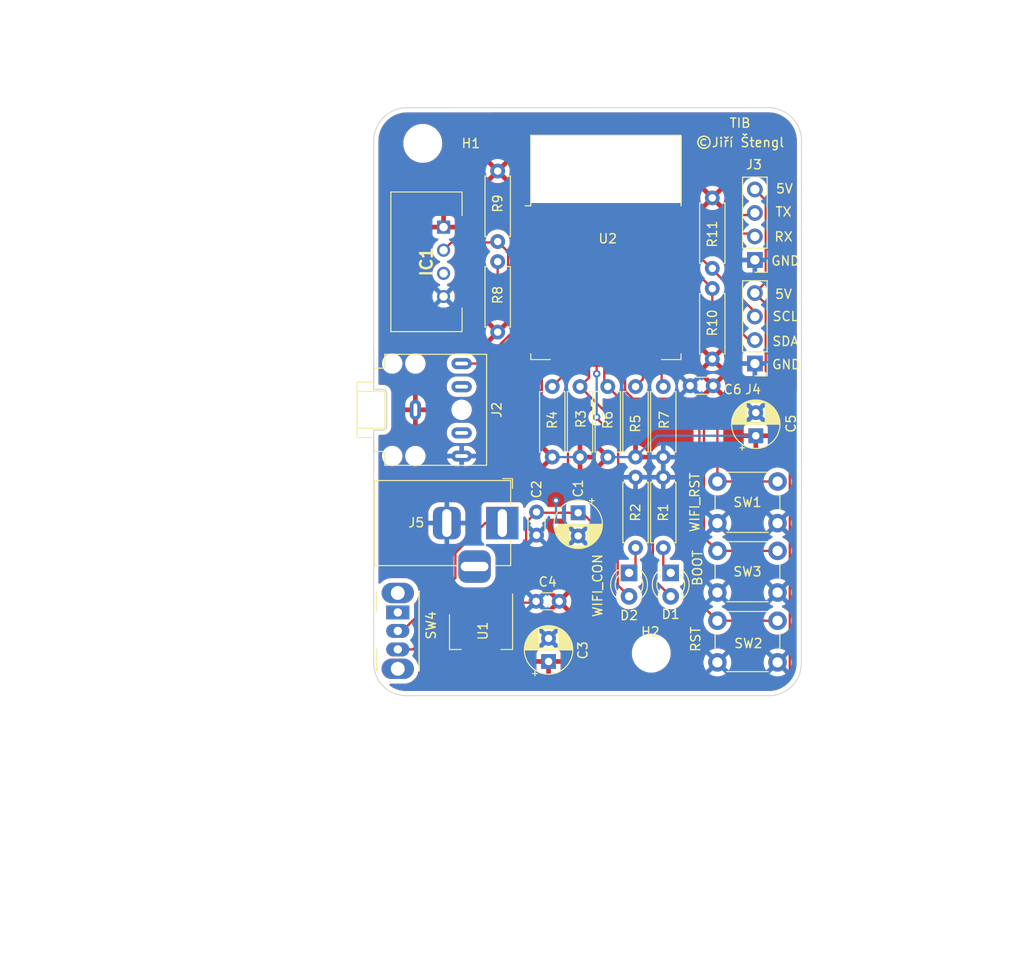
<source format=kicad_pcb>
(kicad_pcb (version 20211014) (generator pcbnew)
  (layers (0 "F.Cu" signal) (31 "B.Cu" signal) (34 "B.Paste" user) (35 "F.Paste" user) (36 "B.SilkS" user "B.Silkscreen") (37 "F.SilkS" user "F.Silkscreen") (38 "B.Mask" user) (39 "F.Mask" user) (44 "Edge.Cuts" user))
  (net 0 "")
  (net 1 "+5V")
  (net 2 "GND")
  (net 3 "+3.3V")
  (net 4 "Net-(D1-Pad1)")
  (net 5 "/WIFI_AWAITING_SETTINGS")
  (net 6 "Net-(D2-Pad1)")
  (net 7 "/WIFI_CONNECTED")
  (net 8 "/INDOOR_SENSOR")
  (net 10 "/OUTDOOR_SENSOR")
  (net 11 "/RX")
  (net 12 "/TX")
  (net 13 "/SDA")
  (net 14 "/SCL")
  (net 15 "Net-(J5-Pad1)")
  (net 16 "/RST")
  (net 17 "Net-(R4-Pad2)")
  (net 18 "Net-(R5-Pad1)")
  (net 19 "Net-(R6-Pad2)")
  (net 20 "Net-(R7-Pad1)")
  (net 21 "/WIFI_SETTINGS_RESET")
  (footprint "Connector_Audio:Jack_3.5mm_CUI_SJ1-3525N_Horizontal" (layer "F.Cu") (at 104 75.8 -90)
    (fp_text reference "J2" (at 0 -8.8 90) (layer "F.SilkS"))
    (fp_text value "AudioJack3")
    (fp_line (start -2.2 4.5) (end -6.5 4.5) (layer "Edge.Cuts") (width 0.12))
    (fp_line (start 1.8 3.1) (end -1.8 3.1) (layer "Edge.Cuts") (width 0.12))
    (fp_line (start -2.2 3.5) (end -2.2 4.5) (layer "Edge.Cuts") (width 0.12))
    (fp_line (start 2.2 4.5) (end 6.5 4.5) (layer "Edge.Cuts") (width 0.12))
    (fp_line (start 2.2 3.5) (end 2.2 4.5) (layer "Edge.Cuts") (width 0.12))
    (fp_arc (start 1.8 3.1) (mid 2.082843 3.217157) (end 2.2 3.5) (layer "Edge.Cuts") (width 0.12))
    (fp_arc (start -2.2 3.5) (mid -2.082842 3.217158) (end -1.8 3.1) (layer "Edge.Cuts") (width 0.12))
    (pad "" np_thru_hole circle (at -5 0 270) (size 1.2 1.2) (drill 1.2) (layers *.Cu))
    (pad "" np_thru_hole circle (at 0 -5 270) (size 1.2 1.2) (drill 1.2) (layers *.Cu))
    (pad "" np_thru_hole circle (at 5 2.5 270) (size 1.2 1.2) (drill 1.2) (layers *.Cu))
    (pad "" np_thru_hole circle (at -5 2.5 270) (size 1.2 1.2) (drill 1.2) (layers *.Cu))
    (pad "" np_thru_hole circle (at 5 0 270) (size 1.2 1.2) (drill 1.2) (layers *.Cu))
    (pad "R" thru_hole oval (at -5 -5 270) (size 1.2 2.2) (drill oval 0.4 1.4) (layers *.Cu *.Mask) (net 10 "/OUTDOOR_SENSOR"))
    (pad "RN" thru_hole oval (at -2.5 -5 270) (size 1.2 2.2) (drill oval 0.4 1.4) (layers *.Cu *.Mask))
    (pad "S" thru_hole oval (at 0 0 270) (size 2.2 1.2) (drill oval 1.4 0.4) (layers *.Cu *.Mask) (net 3 "+3.3V"))
    (pad "T" thru_hole oval (at 5 -5 90) (size 1.2 2.2) (drill oval 0.4 1.4) (layers *.Cu *.Mask) (net 2 "GND"))
    (pad "TN" thru_hole oval (at 2.5 -5 90) (size 1.2 2.2) (drill oval 0.4 1.4) (layers *.Cu *.Mask))
  )
  (footprint "MountingHole:MountingHole_3.2mm_M3" (layer "F.Cu") (at 129.5 102.1)
    (fp_text reference "H2" (at -0.1 -2.3) (layer "F.SilkS"))
    (fp_text value "MountingHole")
    (pad "" np_thru_hole circle (at 0 0) (size 3.2 3.2) (drill 3.2) (layers *.Cu *.Mask))
  )
  (footprint "Capacitor_THT:CP_Radial_D5.0mm_P2.50mm" (layer "F.Cu") (at 118.4 103.005113 90)
    (fp_text reference "C3" (at 1.205113 3.7 90) (layer "F.SilkS"))
    (fp_text value "10uF")
    (pad "1" thru_hole rect (at 0 0 90) (size 1.6 1.6) (drill 0.8) (layers *.Cu *.Mask) (net 3 "+3.3V"))
    (pad "2" thru_hole circle (at 2.5 0 90) (size 1.6 1.6) (drill 0.8) (layers *.Cu *.Mask) (net 2 "GND"))
  )
  (footprint "Resistor_THT:R_Axial_DIN0207_L6.3mm_D2.5mm_P7.62mm_Horizontal" (layer "F.Cu") (at 127.8 73.29 -90)
    (fp_text reference "R5" (at 4 0 90) (layer "F.SilkS"))
    (fp_text value "10k")
    (pad "1" thru_hole circle (at 0 0 270) (size 1.6 1.6) (drill 0.8) (layers *.Cu *.Mask) (net 18 "Net-(R5-Pad1)"))
    (pad "2" thru_hole oval (at 7.62 0 270) (size 1.6 1.6) (drill 0.8) (layers *.Cu *.Mask) (net 3 "+3.3V"))
  )
  (footprint "Capacitor_THT:CP_Radial_D5.0mm_P2.50mm" (layer "F.Cu") (at 121.6 86.929552 -90)
    (fp_text reference "C1" (at -2.629552 0 90) (layer "F.SilkS"))
    (fp_text value "10uF")
    (pad "1" thru_hole rect (at 0 0 270) (size 1.6 1.6) (drill 0.8) (layers *.Cu *.Mask) (net 1 "+5V"))
    (pad "2" thru_hole circle (at 2.5 0 270) (size 1.6 1.6) (drill 0.8) (layers *.Cu *.Mask) (net 2 "GND"))
  )
  (footprint "LED_THT:LED_D3.0mm" (layer "F.Cu") (at 127.1 93.425 -90)
    (fp_text reference "D2" (at 4.6 0) (layer "F.SilkS"))
    (fp_text value "WIFI_CONNECTED")
    (pad "1" thru_hole rect (at 0 0 270) (size 1.8 1.8) (drill 0.9) (layers *.Cu *.Mask) (net 6 "Net-(D2-Pad1)"))
    (pad "2" thru_hole circle (at 2.54 0 270) (size 1.8 1.8) (drill 0.9) (layers *.Cu *.Mask) (net 7 "/WIFI_CONNECTED"))
  )
  (footprint "dht22:DHT22" (layer "F.Cu") (at 107.05 56.05 -90)
    (fp_text reference "IC1" (at 3.75 1.85 90) (layer "F.SilkS") (effects (font (size 1.27 1.27) (thickness 0.254))))
    (fp_text value "DHT22" hide)
    (pad "1" thru_hole rect locked (at 0 0 270) (size 1.416 1.416) (drill 0.91) (layers *.Cu *.Mask) (net 3 "+3.3V"))
    (pad "2" thru_hole circle locked (at 2.5 0 270) (size 1.416 1.416) (drill 0.91) (layers *.Cu *.Mask) (net 8 "/INDOOR_SENSOR"))
    (pad "3" thru_hole circle locked (at 5 0 270) (size 1.416 1.416) (drill 0.91) (layers *.Cu *.Mask))
    (pad "4" thru_hole circle locked (at 7.5 0 270) (size 1.416 1.416) (drill 0.91) (layers *.Cu *.Mask) (net 2 "GND"))
  )
  (footprint "Capacitor_THT:CP_Radial_D5.0mm_P2.50mm" (layer "F.Cu") (at 140.8 78.605113 90)
    (fp_text reference "C5" (at 1.305112 3.8 90) (layer "F.SilkS"))
    (fp_text value "10uF")
    (pad "1" thru_hole rect (at 0 0 90) (size 1.6 1.6) (drill 0.8) (layers *.Cu *.Mask) (net 3 "+3.3V"))
    (pad "2" thru_hole circle (at 2.5 0 90) (size 1.6 1.6) (drill 0.8) (layers *.Cu *.Mask) (net 2 "GND"))
  )
  (footprint "Button_Switch_THT:SW_PUSH_6mm" (layer "F.Cu") (at 143.15 88.05 180)
    (fp_text reference "SW1" (at 3.25 2.25) (layer "F.SilkS"))
    (fp_text value "WIFI_SETTINGS_RESET")
    (pad "1" thru_hole circle (at 0 0 270) (size 2 2) (drill 1.1) (layers *.Cu *.Mask) (net 2 "GND"))
    (pad "1" thru_hole circle (at 6.5 0 270) (size 2 2) (drill 1.1) (layers *.Cu *.Mask) (net 2 "GND"))
    (pad "2" thru_hole circle (at 6.5 4.5 270) (size 2 2) (drill 1.1) (layers *.Cu *.Mask) (net 21 "/WIFI_SETTINGS_RESET"))
    (pad "2" thru_hole circle (at 0 4.5 270) (size 2 2) (drill 1.1) (layers *.Cu *.Mask) (net 21 "/WIFI_SETTINGS_RESET"))
  )
  (footprint "Resistor_THT:R_Axial_DIN0207_L6.3mm_D2.5mm_P7.62mm_Horizontal" (layer "F.Cu") (at 130.8 73.29 -90)
    (fp_text reference "R7" (at 3.61 -0.1 90) (layer "F.SilkS"))
    (fp_text value "10k")
    (pad "1" thru_hole circle (at 0 0 270) (size 1.6 1.6) (drill 0.8) (layers *.Cu *.Mask) (net 20 "Net-(R7-Pad1)"))
    (pad "2" thru_hole oval (at 7.62 0 270) (size 1.6 1.6) (drill 0.8) (layers *.Cu *.Mask) (net 2 "GND"))
  )
  (footprint "Button_Switch_THT:SW_PUSH_6mm" (layer "F.Cu") (at 136.65 91.05)
    (fp_text reference "SW3" (at 3.25 2.25) (layer "F.SilkS"))
    (fp_text value "BOOT")
    (pad "1" thru_hole circle (at 0 0 90) (size 2 2) (drill 1.1) (layers *.Cu *.Mask) (net 19 "Net-(R6-Pad2)"))
    (pad "1" thru_hole circle (at 6.5 0 90) (size 2 2) (drill 1.1) (layers *.Cu *.Mask) (net 19 "Net-(R6-Pad2)"))
    (pad "2" thru_hole circle (at 6.5 4.5 90) (size 2 2) (drill 1.1) (layers *.Cu *.Mask) (net 2 "GND"))
    (pad "2" thru_hole circle (at 0 4.5 90) (size 2 2) (drill 1.1) (layers *.Cu *.Mask) (net 2 "GND"))
  )
  (footprint "Resistor_THT:R_Axial_DIN0207_L6.3mm_D2.5mm_P7.62mm_Horizontal" (layer "F.Cu") (at 121.8 73.29 -90)
    (fp_text reference "R3" (at 3.51 -0.1 90) (layer "F.SilkS"))
    (fp_text value "10k")
    (pad "1" thru_hole circle (at 0 0 270) (size 1.6 1.6) (drill 0.8) (layers *.Cu *.Mask) (net 16 "/RST"))
    (pad "2" thru_hole oval (at 7.62 0 270) (size 1.6 1.6) (drill 0.8) (layers *.Cu *.Mask) (net 3 "+3.3V"))
  )
  (footprint "Capacitor_THT:C_Disc_D3.0mm_W1.6mm_P2.50mm" (layer "F.Cu") (at 117.1 86.85 -90)
    (fp_text reference "C2" (at -2.45 0 90) (layer "F.SilkS"))
    (fp_text value "0,1uF")
    (pad "1" thru_hole circle (at 0 0 270) (size 1.6 1.6) (drill 0.8) (layers *.Cu *.Mask) (net 1 "+5V"))
    (pad "2" thru_hole circle (at 2.5 0 270) (size 1.6 1.6) (drill 0.8) (layers *.Cu *.Mask) (net 2 "GND"))
  )
  (footprint "Package_TO_SOT_SMD:SOT-223-3_TabPin2" (layer "F.Cu") (at 111.1 99.8 -90)
    (fp_text reference "U1" (at -0.1 -0.2 90) (layer "F.SilkS"))
    (fp_text value "AMS1117-3.3")
    (pad "1" smd rect (at -3.15 -2.3 270) (size 2 1.5) (layers "F.Cu" "F.Paste" "F.Mask") (net 2 "GND"))
    (pad "2" smd rect (at -3.15 0 270) (size 2 1.5) (layers "F.Cu" "F.Paste" "F.Mask") (net 3 "+3.3V"))
    (pad "2" smd rect (at 3.15 0 270) (size 2 3.8) (layers "F.Cu" "F.Paste" "F.Mask") (net 3 "+3.3V"))
    (pad "3" smd rect (at -3.15 2.3 270) (size 2 1.5) (layers "F.Cu" "F.Paste" "F.Mask") (net 1 "+5V"))
  )
  (footprint "Resistor_THT:R_Axial_DIN0207_L6.3mm_D2.5mm_P7.62mm_Horizontal" (layer "F.Cu") (at 136.1 70.31 90)
    (fp_text reference "R10" (at 3.91 0 90) (layer "F.SilkS"))
    (fp_text value "10k")
    (pad "1" thru_hole circle (at 0 0 90) (size 1.6 1.6) (drill 0.8) (layers *.Cu *.Mask) (net 3 "+3.3V"))
    (pad "2" thru_hole oval (at 7.62 0 90) (size 1.6 1.6) (drill 0.8) (layers *.Cu *.Mask) (net 13 "/SDA"))
  )
  (footprint "Resistor_THT:R_Axial_DIN0207_L6.3mm_D2.5mm_P7.62mm_Horizontal" (layer "F.Cu") (at 130.8 90.71 90)
    (fp_text reference "R1" (at 3.81 0 90) (layer "F.SilkS"))
    (fp_text value "220R")
    (pad "1" thru_hole circle (at 0 0 90) (size 1.6 1.6) (drill 0.8) (layers *.Cu *.Mask) (net 4 "Net-(D1-Pad1)"))
    (pad "2" thru_hole oval (at 7.62 0 90) (size 1.6 1.6) (drill 0.8) (layers *.Cu *.Mask) (net 2 "GND"))
  )
  (footprint "Resistor_THT:R_Axial_DIN0207_L6.3mm_D2.5mm_P7.62mm_Horizontal" (layer "F.Cu") (at 127.8 90.71 90)
    (fp_text reference "R2" (at 3.81 0 90) (layer "F.SilkS"))
    (fp_text value "220R")
    (pad "1" thru_hole circle (at 0 0 90) (size 1.6 1.6) (drill 0.8) (layers *.Cu *.Mask) (net 6 "Net-(D2-Pad1)"))
    (pad "2" thru_hole oval (at 7.62 0 90) (size 1.6 1.6) (drill 0.8) (layers *.Cu *.Mask) (net 2 "GND"))
  )
  (footprint "Capacitor_THT:C_Disc_D3.0mm_W1.6mm_P2.50mm" (layer "F.Cu") (at 119.55 96.5 180)
    (fp_text reference "C4" (at 1.25 2.1) (layer "F.SilkS"))
    (fp_text value "0,1uF")
    (pad "1" thru_hole circle (at 0 0 180) (size 1.6 1.6) (drill 0.8) (layers *.Cu *.Mask) (net 3 "+3.3V"))
    (pad "2" thru_hole circle (at 2.5 0 180) (size 1.6 1.6) (drill 0.8) (layers *.Cu *.Mask) (net 2 "GND"))
  )
  (footprint "Resistor_THT:R_Axial_DIN0207_L6.3mm_D2.5mm_P7.62mm_Horizontal" (layer "F.Cu") (at 118.8 80.91 90)
    (fp_text reference "R4" (at 4.01 0 90) (layer "F.SilkS"))
    (fp_text value "10k")
    (pad "1" thru_hole circle (at 0 0 90) (size 1.6 1.6) (drill 0.8) (layers *.Cu *.Mask) (net 3 "+3.3V"))
    (pad "2" thru_hole oval (at 7.62 0 90) (size 1.6 1.6) (drill 0.8) (layers *.Cu *.Mask) (net 17 "Net-(R4-Pad2)"))
  )
  (footprint "Button_Switch_THT:SW_PUSH_6mm" (layer "F.Cu") (at 143.15 103.1 180)
    (fp_text reference "SW2" (at 3.15 2.05) (layer "F.SilkS"))
    (fp_text value "RST")
    (pad "1" thru_hole circle (at 0 0 270) (size 2 2) (drill 1.1) (layers *.Cu *.Mask) (net 2 "GND"))
    (pad "1" thru_hole circle (at 6.5 0 270) (size 2 2) (drill 1.1) (layers *.Cu *.Mask) (net 2 "GND"))
    (pad "2" thru_hole circle (at 0 4.5 270) (size 2 2) (drill 1.1) (layers *.Cu *.Mask) (net 16 "/RST"))
    (pad "2" thru_hole circle (at 6.5 4.5 270) (size 2 2) (drill 1.1) (layers *.Cu *.Mask) (net 16 "/RST"))
  )
  (footprint "Capacitor_THT:C_Disc_D3.0mm_W1.6mm_P2.50mm" (layer "F.Cu") (at 133.7 73.2)
    (fp_text reference "C6" (at 4.6 0.4) (layer "F.SilkS"))
    (fp_text value "100nF")
    (pad "1" thru_hole circle (at 0 0) (size 1.6 1.6) (drill 0.8) (layers *.Cu *.Mask) (net 2 "GND"))
    (pad "2" thru_hole circle (at 2.5 0) (size 1.6 1.6) (drill 0.8) (layers *.Cu *.Mask) (net 3 "+3.3V"))
  )
  (footprint "Connector_PinHeader_2.54mm:PinHeader_1x04_P2.54mm_Vertical" (layer "F.Cu") (at 140.7 59.6 180)
    (fp_text reference "J3" (at 0.1 10.3) (layer "F.SilkS"))
    (fp_text value "UART")
    (pad "1" thru_hole rect (at 0 0 180) (size 1.7 1.7) (drill 1) (layers *.Cu *.Mask) (net 2 "GND"))
    (pad "2" thru_hole oval (at 0 2.54 180) (size 1.7 1.7) (drill 1) (layers *.Cu *.Mask) (net 11 "/RX"))
    (pad "3" thru_hole oval (at 0 5.08 180) (size 1.7 1.7) (drill 1) (layers *.Cu *.Mask) (net 12 "/TX"))
    (pad "4" thru_hole oval (at 0 7.62 180) (size 1.7 1.7) (drill 1) (layers *.Cu *.Mask) (net 1 "+5V"))
  )
  (footprint "Resistor_THT:R_Axial_DIN0207_L6.3mm_D2.5mm_P7.62mm_Horizontal" (layer "F.Cu") (at 112.9 49.99 -90)
    (fp_text reference "R9" (at 3.51 0 90) (layer "F.SilkS"))
    (fp_text value "5,1k")
    (pad "1" thru_hole circle (at 0 0 270) (size 1.6 1.6) (drill 0.8) (layers *.Cu *.Mask) (net 3 "+3.3V"))
    (pad "2" thru_hole oval (at 7.62 0 270) (size 1.6 1.6) (drill 0.8) (layers *.Cu *.Mask) (net 8 "/INDOOR_SENSOR"))
  )
  (footprint "Connector_BarrelJack:BarrelJack_Horizontal" (layer "F.Cu") (at 113.4 88.0425)
    (fp_text reference "J5" (at -9.3 -0.0425) (layer "F.SilkS"))
    (fp_text value "Barrel_Jack")
    (pad "1" thru_hole rect (at 0 0) (size 3.5 3.5) (drill oval 1 3) (layers *.Cu *.Mask) (net 15 "Net-(J5-Pad1)"))
    (pad "2" thru_hole roundrect (at -6 0) (size 3 3.5) (drill oval 1 3) (layers *.Cu *.Mask) (net 2 "GND"))
    (pad "3" thru_hole roundrect (at -3 4.7) (size 3.5 3.5) (drill oval 3 1) (layers *.Cu *.Mask))
  )
  (footprint "Button_Switch_THT:SW_CuK_OS102011MA1QN1_SPDT_Angled" (layer "F.Cu") (at 102.1 97.7 -90)
    (fp_text reference "SW4" (at 1.4 -3.6 90) (layer "F.SilkS"))
    (fp_text value "MAIN_SWITCH")
    (pad "" thru_hole oval (at -2.1 0 270) (size 2.2 3.5) (drill 1.5) (layers *.Cu *.Mask))
    (pad "" thru_hole oval (at 6.1 0 270) (size 2.2 3.5) (drill 1.5) (layers *.Cu *.Mask))
    (pad "1" thru_hole rect (at 0 0 270) (size 1.5 2.5) (drill 0.9) (layers *.Cu *.Mask))
    (pad "2" thru_hole oval (at 2 0 270) (size 1.5 2.5) (drill 0.9) (layers *.Cu *.Mask) (net 15 "Net-(J5-Pad1)"))
    (pad "3" thru_hole oval (at 4 0 270) (size 1.5 2.5) (drill 0.9) (layers *.Cu *.Mask) (net 1 "+5V"))
  )
  (footprint "Resistor_THT:R_Axial_DIN0207_L6.3mm_D2.5mm_P7.62mm_Horizontal" (layer "F.Cu") (at 112.9 67.4 90)
    (fp_text reference "R8" (at 4.01 0 90) (layer "F.SilkS"))
    (fp_text value "5,1k")
    (pad "1" thru_hole circle (at 0 0 90) (size 1.6 1.6) (drill 0.8) (layers *.Cu *.Mask) (net 3 "+3.3V"))
    (pad "2" thru_hole oval (at 7.62 0 90) (size 1.6 1.6) (drill 0.8) (layers *.Cu *.Mask) (net 10 "/OUTDOOR_SENSOR"))
  )
  (footprint "Resistor_THT:R_Axial_DIN0207_L6.3mm_D2.5mm_P7.62mm_Horizontal" (layer "F.Cu") (at 136.1 52.89 -90)
    (fp_text reference "R11" (at 3.91 0 90) (layer "F.SilkS"))
    (fp_text value "10k")
    (pad "1" thru_hole circle (at 0 0 270) (size 1.6 1.6) (drill 0.8) (layers *.Cu *.Mask) (net 3 "+3.3V"))
    (pad "2" thru_hole oval (at 7.62 0 270) (size 1.6 1.6) (drill 0.8) (layers *.Cu *.Mask) (net 14 "/SCL"))
  )
  (footprint "LED_THT:LED_D3.0mm" (layer "F.Cu") (at 131.6 93.425 -90)
    (fp_text reference "D1" (at 4.475 0 180) (layer "F.SilkS"))
    (fp_text value "WIFI_AWAITING_CONNECTION")
    (pad "1" thru_hole rect (at 0 0 270) (size 1.8 1.8) (drill 0.9) (layers *.Cu *.Mask) (net 4 "Net-(D1-Pad1)"))
    (pad "2" thru_hole circle (at 2.54 0 270) (size 1.8 1.8) (drill 0.9) (layers *.Cu *.Mask) (net 5 "/WIFI_AWAITING_SETTINGS"))
  )
  (footprint "RF_Module:ESP-12E" (layer "F.Cu") (at 124.6 58.25)
    (fp_text reference "U2" (at 0.2 -0.95) (layer "F.SilkS"))
    (fp_text value "ESP-12F")
    (pad "1" smd rect (at -7.6 -3.5) (size 2.5 1) (layers "F.Cu" "F.Paste" "F.Mask") (net 16 "/RST"))
    (pad "2" smd rect (at -7.6 -1.5) (size 2.5 1) (layers "F.Cu" "F.Paste" "F.Mask"))
    (pad "3" smd rect (at -7.6 0.5) (size 2.5 1) (layers "F.Cu" "F.Paste" "F.Mask") (net 17 "Net-(R4-Pad2)"))
    (pad "4" smd rect (at -7.6 2.5) (size 2.5 1) (layers "F.Cu" "F.Paste" "F.Mask"))
    (pad "5" smd rect (at -7.6 4.5) (size 2.5 1) (layers "F.Cu" "F.Paste" "F.Mask") (net 7 "/WIFI_CONNECTED"))
    (pad "6" smd rect (at -7.6 6.5) (size 2.5 1) (layers "F.Cu" "F.Paste" "F.Mask") (net 8 "/INDOOR_SENSOR"))
    (pad "7" smd rect (at -7.6 8.5) (size 2.5 1) (layers "F.Cu" "F.Paste" "F.Mask") (net 10 "/OUTDOOR_SENSOR"))
    (pad "8" smd rect (at -7.6 10.5) (size 2.5 1) (layers "F.Cu" "F.Paste" "F.Mask") (net 3 "+3.3V"))
    (pad "9" smd rect (at -5 12) (size 1 1.8) (layers "F.Cu" "F.Paste" "F.Mask"))
    (pad "10" smd rect (at -3 12) (size 1 1.8) (layers "F.Cu" "F.Paste" "F.Mask"))
    (pad "11" smd rect (at -1 12) (size 1 1.8) (layers "F.Cu" "F.Paste" "F.Mask") (net 5 "/WIFI_AWAITING_SETTINGS"))
    (pad "12" smd rect (at 1 12) (size 1 1.8) (layers "F.Cu" "F.Paste" "F.Mask") (net 21 "/WIFI_SETTINGS_RESET"))
    (pad "13" smd rect (at 3 12) (size 1 1.8) (layers "F.Cu" "F.Paste" "F.Mask"))
    (pad "14" smd rect (at 5 12) (size 1 1.8) (layers "F.Cu" "F.Paste" "F.Mask"))
    (pad "15" smd rect (at 7.6 10.5) (size 2.5 1) (layers "F.Cu" "F.Paste" "F.Mask") (net 2 "GND"))
    (pad "16" smd rect (at 7.6 8.5) (size 2.5 1) (layers "F.Cu" "F.Paste" "F.Mask") (net 20 "Net-(R7-Pad1)"))
    (pad "17" smd rect (at 7.6 6.5) (size 2.5 1) (layers "F.Cu" "F.Paste" "F.Mask") (net 18 "Net-(R5-Pad1)"))
    (pad "18" smd rect (at 7.6 4.5) (size 2.5 1) (layers "F.Cu" "F.Paste" "F.Mask") (net 19 "Net-(R6-Pad2)"))
    (pad "19" smd rect (at 7.6 2.5) (size 2.5 1) (layers "F.Cu" "F.Paste" "F.Mask") (net 13 "/SDA"))
    (pad "20" smd rect (at 7.6 0.5) (size 2.5 1) (layers "F.Cu" "F.Paste" "F.Mask") (net 14 "/SCL"))
    (pad "21" smd rect (at 7.6 -1.5) (size 2.5 1) (layers "F.Cu" "F.Paste" "F.Mask") (net 11 "/RX"))
    (pad "22" smd rect (at 7.6 -3.5) (size 2.5 1) (layers "F.Cu" "F.Paste" "F.Mask") (net 12 "/TX"))
    (zone (net 0) (net_name "") (layers *.Cu) (connect_pads (clearance 0)) (min_thickness 0.254)
      (keepout (tracks not_allowed) (vias not_allowed) (pads not_allowed) (copperpour not_allowed) (footprints not_allowed))
      (fill (thermal_gap 0.508) (thermal_bridge_width 0.508))
      (polygon (pts (xy 116.48 53.45) (xy 132.72 53.45) (xy 132.72 46.13) (xy 116.48 46.13)))
    )
  )
  (footprint "Connector_PinHeader_2.54mm:PinHeader_1x04_P2.54mm_Vertical" (layer "F.Cu") (at 140.7 70.8 180)
    (fp_text reference "J4" (at 0.2 -2.8) (layer "F.SilkS"))
    (fp_text value "Display")
    (pad "1" thru_hole rect (at 0 0 180) (size 1.7 1.7) (drill 1) (layers *.Cu *.Mask) (net 2 "GND"))
    (pad "2" thru_hole oval (at 0 2.54 180) (size 1.7 1.7) (drill 1) (layers *.Cu *.Mask) (net 13 "/SDA"))
    (pad "3" thru_hole oval (at 0 5.08 180) (size 1.7 1.7) (drill 1) (layers *.Cu *.Mask) (net 14 "/SCL"))
    (pad "4" thru_hole oval (at 0 7.62 180) (size 1.7 1.7) (drill 1) (layers *.Cu *.Mask) (net 1 "+5V"))
  )
  (footprint "MountingHole:MountingHole_3.2mm_M3" (layer "F.Cu") (at 104.8 47)
    (fp_text reference "H1" (at 5.2 0) (layer "F.SilkS"))
    (fp_text value "MountingHole")
    (pad "" np_thru_hole circle (at 0 0) (size 3.2 3.2) (drill 3.2) (layers *.Cu *.Mask))
  )
  (footprint "Resistor_THT:R_Axial_DIN0207_L6.3mm_D2.5mm_P7.62mm_Horizontal" (layer "F.Cu") (at 124.8 80.91 90)
    (fp_text reference "R6" (at 4.01 0 90) (layer "F.SilkS"))
    (fp_text value "10k")
    (pad "1" thru_hole circle (at 0 0 90) (size 1.6 1.6) (drill 0.8) (layers *.Cu *.Mask) (net 3 "+3.3V"))
    (pad "2" thru_hole oval (at 7.62 0 90) (size 1.6 1.6) (drill 0.8) (layers *.Cu *.Mask) (net 19 "Net-(R6-Pad2)"))
  )
  (gr_arc (start 145.725126 103.2) (mid 144.7 105.674874) (end 142.225126 106.7) (layer "Edge.Cuts") (width 0.1))
  (gr_arc (start 99.5 46.745584) (mid 100.554416 44.2) (end 103.1 43.145584) (layer "Edge.Cuts") (width 0.1))
  (gr_line (start 99.5 82.3) (end 99.5 103.2) (layer "Edge.Cuts") (width 0.1))
  (gr_line (start 103 106.7) (end 142.225126 106.7) (layer "Edge.Cuts") (width 0.1))
  (gr_line (start 145.725126 103.2) (end 145.745573 46.736747) (layer "Edge.Cuts") (width 0.1))
  (gr_line (start 103.1 43.145584) (end 142.170612 43.136748) (layer "Edge.Cuts") (width 0.1))
  (gr_line (start 99.5 69.3) (end 99.5 46.745584) (layer "Edge.Cuts") (width 0.1))
  (gr_arc (start 142.170612 43.136748) (mid 144.7 44.2) (end 145.745573 46.736747) (layer "Edge.Cuts") (width 0.1))
  (gr_arc (start 103 106.7) (mid 100.525126 105.674874) (end 99.5 103.2) (layer "Edge.Cuts") (width 0.1))
  (gr_text "5V" (at 143.9 51.9) (layer "F.SilkS") (effects (font (size 1 1))))
  (gr_text "BOOT" (at 134.5 92.9 90) (layer "F.SilkS") (effects (font (size 1 1))))
  (gr_text "WIFI_RST" (at 134.2 85.8 90) (layer "F.SilkS") (effects (font (size 1 1))))
  (gr_text "5V" (at 143.8 63.3) (layer "F.SilkS") (effects (font (size 1 1))))
  (gr_text "©Jiří Štengl" (at 139.1 46.9) (layer "F.SilkS") (effects (font (size 1 1))))
  (gr_text "SCL" (at 144 65.7) (layer "F.SilkS") (effects (font (size 1 1))))
  (gr_text "GND" (at 144 59.7) (layer "F.SilkS") (effects (font (size 1 1))))
  (gr_text "SDA" (at 144 68.4) (layer "F.SilkS") (effects (font (size 1 1))))
  (gr_text "GND" (at 144.1 70.9) (layer "F.SilkS") (effects (font (size 1 1))))
  (gr_text "WIFI_CON" (at 123.7 94.8 90) (layer "F.SilkS") (effects (font (size 1 1))))
  (gr_text "RST" (at 134.3 100.6 90) (layer "F.SilkS") (effects (font (size 1 1))))
  (gr_text "TIB" (at 139.1 44.8) (layer "F.SilkS") (effects (font (size 1 1))))
  (gr_text "TX" (at 143.8 54.4) (layer "F.SilkS") (effects (font (size 1 1))))
  (gr_text "RX" (at 143.8 57.1) (layer "F.SilkS") (effects (font (size 1 1))))
  (segment (start 126 105) (end 124.1 103.1) (width 0.25) (layer "F.Cu") (net 1))
  (segment (start 144.475 74.175) (end 144.475 104.825) (width 0.25) (layer "F.Cu") (net 1))
  (segment (start 124.1 89) (end 122.029552 86.929552) (width 0.25) (layer "F.Cu") (net 1))
  (segment (start 140.7 63.18) (end 141.8 64.28) (width 0.25) (layer "F.Cu") (net 1))
  (segment (start 124.1 99.459009) (end 124.1 103.1) (width 0.25) (layer "F.Cu") (net 1))
  (segment (start 115.975 87.975) (end 117.1 86.85) (width 0.25) (layer "F.Cu") (net 1))
  (segment (start 141.8 64.3) (end 141.875 64.375) (width 0.25) (layer "F.Cu") (net 1))
  (segment (start 117.179552 86.929552) (end 117.1 86.85) (width 0.25) (layer "F.Cu") (net 1))
  (segment (start 111.8 95.3) (end 115.975 91.125) (width 0.25) (layer "F.Cu") (net 1))
  (segment (start 109.9 95.3) (end 111.8 95.3) (width 0.25) (layer "F.Cu") (net 1))
  (segment (start 102.1 101.7) (end 103.75 101.7) (width 0.25) (layer "F.Cu") (net 1))
  (segment (start 122.029552 86.929552) (end 121.6 86.929552) (width 0.25) (layer "F.Cu") (net 1))
  (segment (start 103.75 101.7) (end 108.8 96.65) (width 0.25) (layer "F.Cu") (net 1))
  (segment (start 144.475 104.825) (end 144.3 105) (width 0.25) (layer "F.Cu") (net 1))
  (segment (start 141.875 62.005) (end 141.875 53.155) (width 0.25) (layer "F.Cu") (net 1))
  (segment (start 144.3 105) (end 126 105) (width 0.25) (layer "F.Cu") (net 1))
  (segment (start 141.875 71.575) (end 144.475 74.175) (width 0.25) (layer "F.Cu") (net 1))
  (segment (start 141.875 53.155) (end 140.7 51.98) (width 0.25) (layer "F.Cu") (net 1))
  (segment (start 124.1 99.459009) (end 124.1 89) (width 0.25) (layer "F.Cu") (net 1))
  (segment (start 140.7 63.18) (end 141.875 62.005) (width 0.25) (layer "F.Cu") (net 1))
  (segment (start 108.8 96.65) (end 108.8 96.4) (width 0.25) (layer "F.Cu") (net 1))
  (segment (start 121.6 86.929552) (end 117.179552 86.929552) (width 0.25) (layer "F.Cu") (net 1))
  (segment (start 108.8 96.4) (end 109.9 95.3) (width 0.25) (layer "F.Cu") (net 1))
  (segment (start 115.975 91.125) (end 115.975 87.975) (width 0.25) (layer "F.Cu") (net 1))
  (segment (start 141.875 64.375) (end 141.875 71.575) (width 0.25) (layer "F.Cu") (net 1))
  (segment (start 141.8 64.28) (end 141.8 64.3) (width 0.25) (layer "F.Cu") (net 1))
  (segment (start 132.2 68.75) (end 132.2 71.7) (width 0.25) (layer "F.Cu") (net 2))
  (segment (start 132.2 71.7) (end 133.7 73.2) (width 0.25) (layer "F.Cu") (net 2))
  (segment (start 113.4 96.65) (end 116.9 96.65) (width 0.25) (layer "F.Cu") (net 2))
  (segment (start 116.9 96.65) (end 117.05 96.5) (width 0.25) (layer "F.Cu") (net 2))
  (via (at 119.2 88.3) (size 0.8) (drill 0.4) (layers "F.Cu" "B.Cu") (net 3))
  (via (at 119.2 85.6) (size 0.8) (drill 0.4) (layers "F.Cu" "B.Cu") (net 3))
  (segment (start 140.8 78.605113) (end 132.794887 78.605113) (width 0.25) (layer "B.Cu") (net 3))
  (segment (start 130.104887 78.605113) (end 132.794887 78.605113) (width 0.25) (layer "B.Cu") (net 3))
  (segment (start 119.2 88.3) (end 119.2 85.6) (width 0.25) (layer "B.Cu") (net 3))
  (segment (start 127.8 80.91) (end 130.104887 78.605113) (width 0.25) (layer "B.Cu") (net 3))
  (segment (start 124.8 80.91) (end 127.8 80.91) (width 0.25) (layer "B.Cu") (net 3))
  (segment (start 118.8 80.91) (end 121.8 80.91) (width 0.25) (layer "B.Cu") (net 3))
  (segment (start 130.8 90.61) (end 130.8 92.625) (width 0.25) (layer "F.Cu") (net 4))
  (segment (start 130.8 92.625) (end 131.6 93.425) (width 0.25) (layer "F.Cu") (net 4))
  (segment (start 131.6 95.965) (end 129.675 94.04) (width 0.25) (layer "F.Cu") (net 5))
  (segment (start 129.675 94.04) (end 129.675 87.875) (width 0.25) (layer "F.Cu") (net 5))
  (segment (start 125.925 79.025) (end 125.925 84.125) (width 0.25) (layer "F.Cu") (net 5))
  (segment (start 125.925 84.125) (end 129.675 87.875) (width 0.25) (layer "F.Cu") (net 5))
  (segment (start 123.6 76.7) (end 125.925 79.025) (width 0.25) (layer "F.Cu") (net 5))
  (segment (start 123.6 76.6) (end 123.6 76.7) (width 0.25) (layer "F.Cu") (net 5))
  (segment (start 123.6 71.9) (end 123.6 70.25) (width 0.25) (layer "F.Cu") (net 5))
  (via (at 123.6 71.9) (size 0.8) (drill 0.4) (layers "F.Cu" "B.Cu") (net 5))
  (via (at 123.6 76.6) (size 0.8) (drill 0.4) (layers "F.Cu" "B.Cu") (net 5))
  (segment (start 123.6 71.9) (end 123.6 76.6) (width 0.25) (layer "B.Cu") (net 5))
  (segment (start 127.8 92.725) (end 127.1 93.425) (width 0.25) (layer "F.Cu") (net 6))
  (segment (start 127.8 90.61) (end 127.8 92.725) (width 0.25) (layer "F.Cu") (net 6))
  (segment (start 117.7 75.9) (end 117.675 75.875) (width 0.25) (layer "F.Cu") (net 7))
  (segment (start 120.5 83.5) (end 120.5 78.4) (width 0.25) (layer "F.Cu") (net 7))
  (segment (start 118.7 63.2) (end 118.3 62.8) (width 0.25) (layer "F.Cu") (net 7))
  (segment (start 117.675 75.875) (end 117.675 70.475) (width 0.25) (layer "F.Cu") (net 7))
  (segment (start 125.875 88.875) (end 120.5 83.5) (width 0.25) (layer "F.Cu") (net 7))
  (segment (start 120.5 78.4) (end 118 75.9) (width 0.25) (layer "F.Cu") (net 7))
  (segment (start 127.1 95.965) (end 125.875 94.74) (width 0.25) (layer "F.Cu") (net 7))
  (segment (start 125.875 94.74) (end 125.875 88.875) (width 0.25) (layer "F.Cu") (net 7))
  (segment (start 118 75.9) (end 117.7 75.9) (width 0.25) (layer "F.Cu") (net 7))
  (segment (start 117.675 70.475) (end 118.7 69.45) (width 0.25) (layer "F.Cu") (net 7))
  (segment (start 118.7 69.45) (end 118.7 63.2) (width 0.25) (layer "F.Cu") (net 7))
  (segment (start 114.025 58.735) (end 114.025 62.025) (width 0.25) (layer "F.Cu") (net 8))
  (segment (start 107.05 58.55) (end 107.89 57.71) (width 0.25) (layer "F.Cu") (net 8))
  (segment (start 107.89 57.71) (end 112.9 57.71) (width 0.25) (layer "F.Cu") (net 8))
  (segment (start 116.75 64.75) (end 114.025 62.025) (width 0.25) (layer "F.Cu") (net 8))
  (segment (start 117 64.75) (end 116.75 64.75) (width 0.25) (layer "F.Cu") (net 8))
  (segment (start 116.45 64.75) (end 117 64.75) (width 0.25) (layer "F.Cu") (net 8))
  (segment (start 112.9 57.61) (end 114.025 58.735) (width 0.25) (layer "F.Cu") (net 8))
  (segment (start 111.090991 70.8) (end 115.140991 66.75) (width 0.25) (layer "F.Cu") (net 10))
  (segment (start 112.9 59.78) (end 112.9 63.3) (width 0.25) (layer "F.Cu") (net 10))
  (segment (start 112.9 63.3) (end 116.35 66.75) (width 0.25) (layer "F.Cu") (net 10))
  (segment (start 115.140991 66.75) (end 117 66.75) (width 0.25) (layer "F.Cu") (net 10))
  (segment (start 109 70.8) (end 111.090991 70.8) (width 0.25) (layer "F.Cu") (net 10))
  (segment (start 116.35 66.75) (end 117 66.75) (width 0.25) (layer "F.Cu") (net 10))
  (segment (start 140.39 56.75) (end 140.7 57.06) (width 0.25) (layer "F.Cu") (net 11))
  (segment (start 132.2 56.75) (end 140.39 56.75) (width 0.25) (layer "F.Cu") (net 11))
  (segment (start 132.2 54.75) (end 140.47 54.75) (width 0.25) (layer "F.Cu") (net 12))
  (segment (start 140.47 54.75) (end 140.7 54.52) (width 0.25) (layer "F.Cu") (net 12))
  (segment (start 132.2 60.75) (end 134.16 60.75) (width 0.25) (layer "F.Cu") (net 13))
  (segment (start 136.1 64.3) (end 140.06 68.26) (width 0.25) (layer "F.Cu") (net 13))
  (segment (start 140.06 68.26) (end 140.7 68.26) (width 0.25) (layer "F.Cu") (net 13))
  (segment (start 136.1 62.69) (end 136.1 64.3) (width 0.25) (layer "F.Cu") (net 13))
  (segment (start 134.16 60.75) (end 136.1 62.69) (width 0.25) (layer "F.Cu") (net 13))
  (segment (start 136.1 60.62) (end 140.7 65.22) (width 0.25) (layer "F.Cu") (net 14))
  (segment (start 134.23 58.75) (end 132.2 58.75) (width 0.25) (layer "F.Cu") (net 14))
  (segment (start 136.1 60.62) (end 134.23 58.75) (width 0.25) (layer "F.Cu") (net 14))
  (segment (start 140.7 65.22) (end 140.7 65.72) (width 0.25) (layer "F.Cu") (net 14))
  (segment (start 102.6 99.7) (end 108.325 93.975) (width 0.25) (layer "F.Cu") (net 15))
  (segment (start 111.5575 88.0425) (end 113.4 88.0425) (width 0.25) (layer "F.Cu") (net 15))
  (segment (start 108.325 93.975) (end 108.325 91.275) (width 0.25) (layer "F.Cu") (net 15))
  (segment (start 102.1 99.7) (end 102.6 99.7) (width 0.25) (layer "F.Cu") (net 15))
  (segment (start 108.325 91.275) (end 111.5575 88.0425) (width 0.25) (layer "F.Cu") (net 15))
  (segment (start 134.7 96.65) (end 134.7 77.1) (width 0.25) (layer "F.Cu") (net 16))
  (segment (start 122.775 58.175) (end 122.775 72.315) (width 0.25) (layer "F.Cu") (net 16))
  (segment (start 133.55 75.95) (end 124.46 75.95) (width 0.25) (layer "F.Cu") (net 16))
  (segment (start 143.15 98.6) (end 136.65 98.6) (width 0.25) (layer "F.Cu") (net 16))
  (segment (start 117 54.75) (end 119.35 54.75) (width 0.25) (layer "F.Cu") (net 16))
  (segment (start 122.775 72.315) (end 121.8 73.29) (width 0.25) (layer "F.Cu") (net 16))
  (segment (start 136.65 98.6) (end 134.7 96.65) (width 0.25) (layer "F.Cu") (net 16))
  (segment (start 119.35 54.75) (end 122.775 58.175) (width 0.25) (layer "F.Cu") (net 16))
  (segment (start 124.46 75.95) (end 121.8 73.29) (width 0.25) (layer "F.Cu") (net 16))
  (segment (start 134.7 77.1) (end 133.55 75.95) (width 0.25) (layer "F.Cu") (net 16))
  (segment (start 118.8 73.29) (end 120.7 71.39) (width 0.25) (layer "F.Cu") (net 17))
  (segment (start 117.75 58.75) (end 117 58.75) (width 0.25) (layer "F.Cu") (net 17))
  (segment (start 120.7 65.6) (end 120.7 61.7) (width 0.25) (layer "F.Cu") (net 17))
  (segment (start 120.7 61.7) (end 117.75 58.75) (width 0.25) (layer "F.Cu") (net 17))
  (segment (start 120.7 71.39) (end 120.7 65.6) (width 0.25) (layer "F.Cu") (net 17))
  (segment (start 128.599999 66.900001) (end 130.75 64.75) (width 0.25) (layer "F.Cu") (net 18))
  (segment (start 130.75 64.75) (end 132.2 64.75) (width 0.25) (layer "F.Cu") (net 18))
  (segment (start 127.8 73.29) (end 128.599999 72.490001) (width 0.25) (layer "F.Cu") (net 18))
  (segment (start 128.599999 72.490001) (end 128.599999 66.900001) (width 0.25) (layer "F.Cu") (net 18))
  (segment (start 124.8 73.29) (end 124.425 72.915) (width 0.25) (layer "F.Cu") (net 19))
  (segment (start 143.15 91.05) (end 136.65 91.05) (width 0.25) (layer "F.Cu") (net 19))
  (segment (start 127.01 75.5) (end 134 75.5) (width 0.25) (layer "F.Cu") (net 19))
  (segment (start 136.65 91.05) (end 135.2 89.6) (width 0.25) (layer "F.Cu") (net 19))
  (segment (start 124.8 73.29) (end 127.01 75.5) (width 0.25) (layer "F.Cu") (net 19))
  (segment (start 135.2 89.6) (end 135.2 76.7) (width 0.25) (layer "F.Cu") (net 19))
  (segment (start 124.425 69.425) (end 131.1 62.75) (width 0.25) (layer "F.Cu") (net 19))
  (segment (start 135.2 76.7) (end 134 75.5) (width 0.25) (layer "F.Cu") (net 19))
  (segment (start 131.1 62.75) (end 132.2 62.75) (width 0.25) (layer "F.Cu") (net 19))
  (segment (start 124.425 72.915) (end 124.425 69.425) (width 0.25) (layer "F.Cu") (net 19))
  (segment (start 130.625 67.575) (end 131.45 66.75) (width 0.25) (layer "F.Cu") (net 20))
  (segment (start 130.8 73.29) (end 130.625 73.115) (width 0.25) (layer "F.Cu") (net 20))
  (segment (start 131.45 66.75) (end 132.2 66.75) (width 0.25) (layer "F.Cu") (net 20))
  (segment (start 130.625 73.115) (end 130.625 67.575) (width 0.25) (layer "F.Cu") (net 20))
  (segment (start 136.65 83.55) (end 143.15 83.55) (width 0.25) (layer "F.Cu") (net 21))
  (segment (start 125.6 70.25) (end 126.675 71.325) (width 0.25) (layer "F.Cu") (net 21))
  (segment (start 136.65 76.75) (end 135.75 75.85) (width 0.25) (layer "F.Cu") (net 21))
  (segment (start 136.65 83.55) (end 136.65 76.75) (width 0.25) (layer "F.Cu") (net 21))
  (segment (start 126.675 71.325) (end 126.675 73.755991) (width 0.25) (layer "F.Cu") (net 21))
  (segment (start 134.5 74.6) (end 135.75 75.85) (width 0.25) (layer "F.Cu") (net 21))
  (segment (start 127.519009 74.6) (end 134.5 74.6) (width 0.25) (layer "F.Cu") (net 21))
  (segment (start 126.675 73.755991) (end 127.519009 74.6) (width 0.25) (layer "F.Cu") (net 21))
  (zone (net 3) (net_name "+3.3V") (layer "F.Cu") (connect_pads (clearance 0.508)) (min_thickness 0.254) (fill yes (thermal_gap 0.508) (thermal_bridge_width 0.508))
    (polygon (pts (xy 158.2 38.3) (xy 159.1 126.2) (xy 71.1 125.3) (xy 72.3 38.9) (xy 157.9 38)))
  )
  (zone (net 2) (net_name "GND") (layer "B.Cu") (connect_pads (clearance 0.508)) (min_thickness 0.254) (fill yes (thermal_gap 0.508) (thermal_bridge_width 0.508))
    (polygon (pts (xy 166.6 34.3) (xy 169.8 136.6) (xy 59.1 131.8) (xy 65.5 31.5)))
  )
)
</source>
